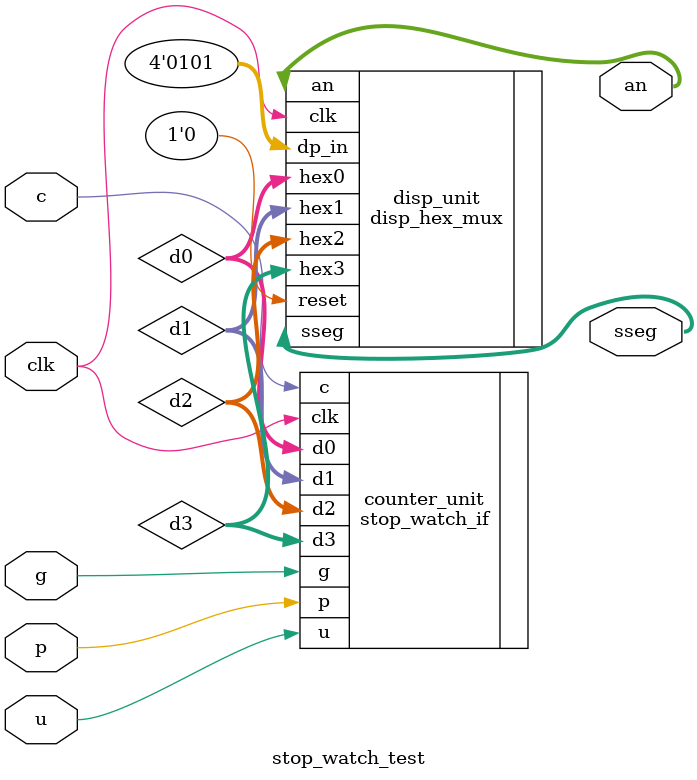
<source format=v>
module stop_watch_test
   (
    input wire clk,
	 input wire g,c,u,p,
    output wire [3:0] an,
    output wire [7:0] sseg
   );
    wire [3:0] d3,d2,d1,d0; //output
   // instantiate 7-seg LED display module
   disp_hex_mux disp_unit
      (.clk(clk), .reset(1'b0),
       .hex3(d3), .hex2(d2), .hex1(d1), .hex0(d0),
       .dp_in(4'b0101), .an(an), .sseg(sseg));

   // instantiate stopwatch
   stop_watch_if counter_unit
      (.clk(clk),
		.d3(d3),
       .d2(d2), .d1(d1), .d0(d0),.g(g), .c(c), .u(u),.p(p) );

endmodule


</source>
